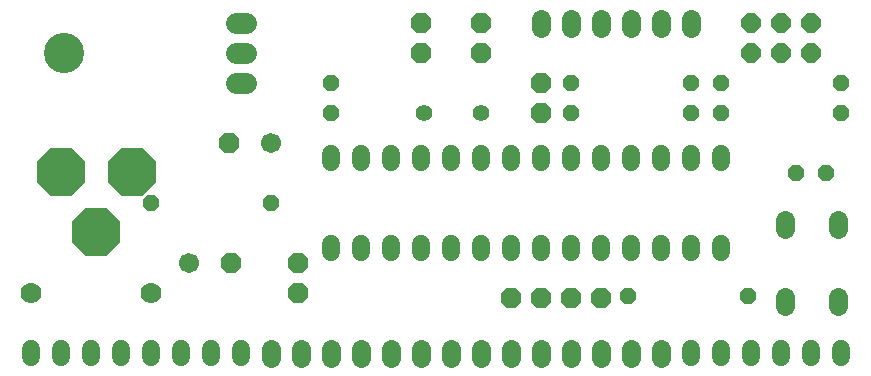
<source format=gts>
G75*
%MOIN*%
%OFA0B0*%
%FSLAX25Y25*%
%IPPOS*%
%LPD*%
%AMOC8*
5,1,8,0,0,1.08239X$1,22.5*
%
%ADD10C,0.06000*%
%ADD11OC8,0.06502*%
%ADD12OC8,0.16148*%
%ADD13C,0.08077*%
%ADD14C,0.07000*%
%ADD15C,0.07000*%
%ADD16C,0.13400*%
%ADD17OC8,0.05600*%
%ADD18C,0.06400*%
%ADD19C,0.05600*%
%ADD20OC8,0.06700*%
%ADD21C,0.06700*%
%ADD22C,0.06337*%
D10*
X0094298Y0019933D02*
X0094298Y0022733D01*
X0104298Y0022733D02*
X0104298Y0019933D01*
X0114298Y0019933D02*
X0114298Y0022733D01*
X0124298Y0022733D02*
X0124298Y0019933D01*
X0134298Y0019933D02*
X0134298Y0022733D01*
X0144298Y0022733D02*
X0144298Y0019933D01*
X0154298Y0019933D02*
X0154298Y0022733D01*
X0164298Y0022733D02*
X0164298Y0019933D01*
X0194298Y0054933D02*
X0194298Y0057733D01*
X0204298Y0057733D02*
X0204298Y0054933D01*
X0214298Y0054933D02*
X0214298Y0057733D01*
X0224298Y0057733D02*
X0224298Y0054933D01*
X0234298Y0054933D02*
X0234298Y0057733D01*
X0244298Y0057733D02*
X0244298Y0054933D01*
X0254298Y0054933D02*
X0254298Y0057733D01*
X0264298Y0057733D02*
X0264298Y0054933D01*
X0274298Y0054933D02*
X0274298Y0057733D01*
X0284298Y0057733D02*
X0284298Y0054933D01*
X0294298Y0054933D02*
X0294298Y0057733D01*
X0304298Y0057733D02*
X0304298Y0054933D01*
X0314298Y0054933D02*
X0314298Y0057733D01*
X0324298Y0057733D02*
X0324298Y0054933D01*
X0324298Y0084933D02*
X0324298Y0087733D01*
X0314298Y0087733D02*
X0314298Y0084933D01*
X0304298Y0084933D02*
X0304298Y0087733D01*
X0294298Y0087733D02*
X0294298Y0084933D01*
X0284298Y0084933D02*
X0284298Y0087733D01*
X0274298Y0087733D02*
X0274298Y0084933D01*
X0264298Y0084933D02*
X0264298Y0087733D01*
X0254298Y0087733D02*
X0254298Y0084933D01*
X0244298Y0084933D02*
X0244298Y0087733D01*
X0234298Y0087733D02*
X0234298Y0084933D01*
X0224298Y0084933D02*
X0224298Y0087733D01*
X0214298Y0087733D02*
X0214298Y0084933D01*
X0204298Y0084933D02*
X0204298Y0087733D01*
X0194298Y0087733D02*
X0194298Y0084933D01*
X0314298Y0022733D02*
X0314298Y0019933D01*
X0324298Y0019933D02*
X0324298Y0022733D01*
X0334298Y0022733D02*
X0334298Y0019933D01*
X0344298Y0019933D02*
X0344298Y0022733D01*
X0354298Y0022733D02*
X0354298Y0019933D01*
X0364298Y0019933D02*
X0364298Y0022733D01*
D11*
X0354298Y0121333D03*
X0344298Y0121333D03*
X0334298Y0121333D03*
X0334298Y0131333D03*
X0344298Y0131333D03*
X0354298Y0131333D03*
D12*
X0127798Y0081533D03*
X0104198Y0081533D03*
X0115998Y0061833D03*
D13*
X0118998Y0061833D03*
X0112998Y0061833D03*
X0104198Y0078533D03*
X0104198Y0084533D03*
X0127798Y0084533D03*
X0127798Y0078533D03*
D14*
X0134298Y0041333D03*
X0094298Y0041333D03*
D15*
X0162648Y0111333D02*
X0165948Y0111333D01*
X0165948Y0121333D02*
X0162648Y0121333D01*
X0162648Y0131333D02*
X0165948Y0131333D01*
D16*
X0105298Y0121333D03*
D17*
X0194298Y0111333D03*
X0194298Y0101333D03*
X0174298Y0071333D03*
X0134298Y0071333D03*
X0274298Y0101333D03*
X0274298Y0111333D03*
X0314298Y0111333D03*
X0324298Y0111333D03*
X0324298Y0101333D03*
X0314298Y0101333D03*
X0349298Y0081333D03*
X0359298Y0081333D03*
X0364298Y0101333D03*
X0364298Y0111333D03*
X0333298Y0040333D03*
X0293298Y0040333D03*
D18*
X0345398Y0040033D02*
X0345398Y0037033D01*
X0363198Y0037033D02*
X0363198Y0040033D01*
X0363198Y0062633D02*
X0363198Y0065633D01*
X0345398Y0065633D02*
X0345398Y0062633D01*
D19*
X0244298Y0101333D03*
X0225298Y0101333D03*
D20*
X0264298Y0101333D03*
X0264298Y0111333D03*
X0244298Y0121333D03*
X0224298Y0121333D03*
X0224298Y0131333D03*
X0244298Y0131333D03*
X0160298Y0091333D03*
X0160798Y0051333D03*
X0183298Y0051333D03*
X0183298Y0041333D03*
X0254298Y0039833D03*
X0264298Y0039833D03*
X0274298Y0039833D03*
X0284298Y0039833D03*
D21*
X0174298Y0091333D03*
X0146798Y0051333D03*
D22*
X0174298Y0022818D02*
X0174298Y0019849D01*
X0184298Y0019849D02*
X0184298Y0022818D01*
X0194298Y0022818D02*
X0194298Y0019849D01*
X0204298Y0019849D02*
X0204298Y0022818D01*
X0214298Y0022818D02*
X0214298Y0019849D01*
X0224298Y0019849D02*
X0224298Y0022818D01*
X0234298Y0022818D02*
X0234298Y0019849D01*
X0244298Y0019849D02*
X0244298Y0022818D01*
X0254298Y0022818D02*
X0254298Y0019849D01*
X0264298Y0019849D02*
X0264298Y0022818D01*
X0274298Y0022818D02*
X0274298Y0019849D01*
X0284298Y0019849D02*
X0284298Y0022818D01*
X0294298Y0022818D02*
X0294298Y0019849D01*
X0304298Y0019849D02*
X0304298Y0022818D01*
X0304298Y0129849D02*
X0304298Y0132818D01*
X0294298Y0132818D02*
X0294298Y0129849D01*
X0284298Y0129849D02*
X0284298Y0132818D01*
X0274298Y0132818D02*
X0274298Y0129849D01*
X0264298Y0129849D02*
X0264298Y0132818D01*
X0314298Y0132818D02*
X0314298Y0129849D01*
M02*

</source>
